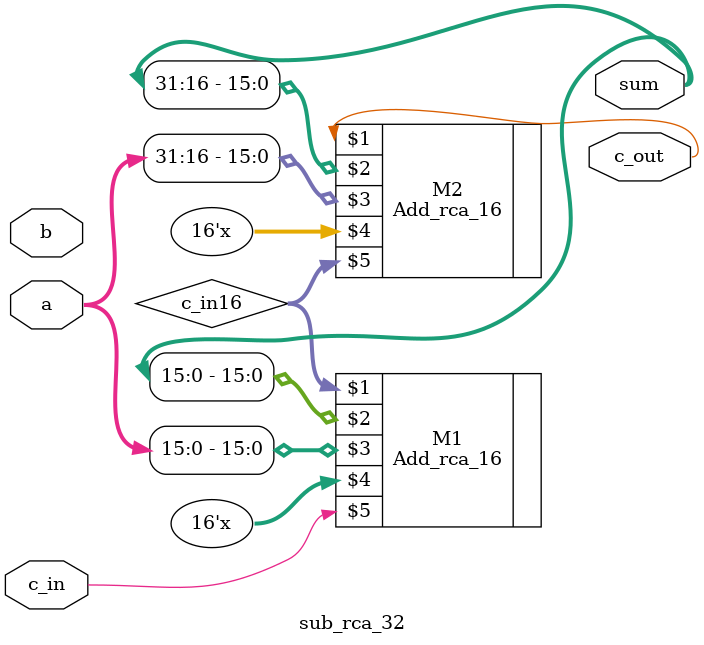
<source format=v>
module sub_rca_32 (output c_out, output [31:0] sum, input [31:0] a, b, input c_in);
	wire [31:0] c_in16;
	assign complement = (~b) + 1'b1;
	Add_rca_16 M1 (c_in16, sum[15:0], a[15:0], complement[15:0], c_in);
	Add_rca_16 M2 (c_out, sum[31:16], a[31:16], complement[31:16], c_in16);
	
endmodule


</source>
